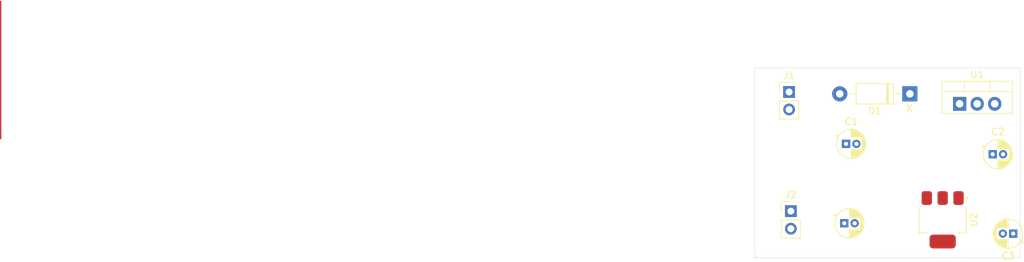
<source format=kicad_pcb>
(kicad_pcb (version 20241229) (generator "pcbnew") (generator_version "9.0")
  (layers (0 "F.Cu" signal) (2 "B.Cu" signal) (13 "F.Paste" user) (15 "B.Paste" user) (5 "F.SilkS" user "F.Silkscreen") (7 "B.SilkS" user "B.Silkscreen") (1 "F.Mask" user) (3 "B.Mask" user) (25 "Edge.Cuts" user))
  (net 0 "")
  (net 1 "D1")
  (net 2 "GND")
  (net 3 "+5V")
  (net 4 "3V3")
  (net 5 "VCC")
  (footprint "Capacitor_THT:CP_Radial_D4.0mm_P1.50mm" (layer "F.Cu") (at 130.75 60.75)
    (property "Reference" "C1" (at 0.75 -3.25 0) (layer "F.SilkS"))
    (property "Value" "10µF")
    (fp_line (start -1.519801 -1.195) (end -1.119801 -1.195) (stroke (width 0.12)) (layer "F.SilkS"))
    (fp_line (start -1.319801 -1.395) (end -1.319801 -0.995) (stroke (width 0.12)) (layer "F.SilkS"))
    (fp_line (start 0.75 -2.08) (end 0.75 -0.84) (stroke (width 0.12)) (layer "F.SilkS"))
    (fp_line (start 0.75 0.84) (end 0.75 2.08) (stroke (width 0.12)) (layer "F.SilkS"))
    (fp_line (start 0.79 -2.08) (end 0.79 -0.84) (stroke (width 0.12)) (layer "F.SilkS"))
    (fp_line (start 0.79 0.84) (end 0.79 2.08) (stroke (width 0.12)) (layer "F.SilkS"))
    (fp_line (start 0.83 -2.078) (end 0.83 -0.84) (stroke (width 0.12)) (layer "F.SilkS"))
    (fp_line (start 0.83 0.84) (end 0.83 2.078) (stroke (width 0.12)) (layer "F.SilkS"))
    (fp_line (start 0.87 -2.077) (end 0.87 -0.84) (stroke (width 0.12)) (layer "F.SilkS"))
    (fp_line (start 0.87 0.84) (end 0.87 2.077) (stroke (width 0.12)) (layer "F.SilkS"))
    (fp_line (start 0.91 -2.074) (end 0.91 -0.84) (stroke (width 0.12)) (layer "F.SilkS"))
    (fp_line (start 0.91 0.84) (end 0.91 2.074) (stroke (width 0.12)) (layer "F.SilkS"))
    (fp_line (start 0.95 -2.071) (end 0.95 -0.84) (stroke (width 0.12)) (layer "F.SilkS"))
    (fp_line (start 0.95 0.84) (end 0.95 2.071) (stroke (width 0.12)) (layer "F.SilkS"))
    (fp_line (start 0.99 -2.066) (end 0.99 -0.84) (stroke (width 0.12)) (layer "F.SilkS"))
    (fp_line (start 0.99 0.84) (end 0.99 2.066) (stroke (width 0.12)) (layer "F.SilkS"))
    (fp_line (start 1.03 -2.061) (end 1.03 -0.84) (stroke (width 0.12)) (layer "F.SilkS"))
    (fp_line (start 1.03 0.84) (end 1.03 2.061) (stroke (width 0.12)) (layer "F.SilkS"))
    (fp_line (start 1.07 -2.056) (end 1.07 -0.84) (stroke (width 0.12)) (layer "F.SilkS"))
    (fp_line (start 1.07 0.84) (end 1.07 2.056) (stroke (width 0.12)) (layer "F.SilkS"))
    (fp_line (start 1.11 -2.049) (end 1.11 -0.84) (stroke (width 0.12)) (layer "F.SilkS"))
    (fp_line (start 1.11 0.84) (end 1.11 2.049) (stroke (width 0.12)) (layer "F.SilkS"))
    (fp_line (start 1.15 -2.042) (end 1.15 -0.84) (stroke (width 0.12)) (layer "F.SilkS"))
    (fp_line (start 1.15 0.84) (end 1.15 2.042) (stroke (width 0.12)) (layer "F.SilkS"))
    (fp_line (start 1.19 -2.034) (end 1.19 -0.84) (stroke (width 0.12)) (layer "F.SilkS"))
    (fp_line (start 1.19 0.84) (end 1.19 2.034) (stroke (width 0.12)) (layer "F.SilkS"))
    (fp_line (start 1.23 -2.025) (end 1.23 -0.84) (stroke (width 0.12)) (layer "F.SilkS"))
    (fp_line (start 1.23 0.84) (end 1.23 2.025) (stroke (width 0.12)) (layer "F.SilkS"))
    (fp_line (start 1.27 -2.015) (end 1.27 -0.84) (stroke (width 0.12)) (layer "F.SilkS"))
    (fp_line (start 1.27 0.84) (end 1.27 2.015) (stroke (width 0.12)) (layer "F.SilkS"))
    (fp_line (start 1.31 -2.005) (end 1.31 -0.84) (stroke (width 0.12)) (layer "F.SilkS"))
    (fp_line (start 1.31 0.84) (end 1.31 2.005) (stroke (width 0.12)) (layer "F.SilkS"))
    (fp_line (start 1.35 -1.993) (end 1.35 -0.84) (stroke (width 0.12)) (layer "F.SilkS"))
    (fp_line (start 1.35 0.84) (end 1.35 1.993) (stroke (width 0.12)) (layer "F.SilkS"))
    (fp_line (start 1.39 -1.981) (end 1.39 -0.84) (stroke (width 0.12)) (layer "F.SilkS"))
    (fp_line (start 1.39 0.84) (end 1.39 1.981) (stroke (width 0.12)) (layer "F.SilkS"))
    (fp_line (start 1.43 -1.968) (end 1.43 -0.84) (stroke (width 0.12)) (layer "F.SilkS"))
    (fp_line (start 1.43 0.84) (end 1.43 1.968) (stroke (width 0.12)) (layer "F.SilkS"))
    (fp_line (start 1.47 -1.954) (end 1.47 -0.84) (stroke (width 0.12)) (layer "F.SilkS"))
    (fp_line (start 1.47 0.84) (end 1.47 1.954) (stroke (width 0.12)) (layer "F.SilkS"))
    (fp_line (start 1.51 -1.939) (end 1.51 -0.84) (stroke (width 0.12)) (layer "F.SilkS"))
    (fp_line (start 1.51 0.84) (end 1.51 1.939) (stroke (width 0.12)) (layer "F.SilkS"))
    (fp_line (start 1.55 -1.923) (end 1.55 -0.84) (stroke (width 0.12)) (layer "F.SilkS"))
    (fp_line (start 1.55 0.84) (end 1.55 1.923) (stroke (width 0.12)) (layer "F.SilkS"))
    (fp_line (start 1.59 -1.906) (end 1.59 -0.84) (stroke (width 0.12)) (layer "F.SilkS"))
    (fp_line (start 1.59 0.84) (end 1.59 1.906) (stroke (width 0.12)) (layer "F.SilkS"))
    (fp_line (start 1.63 -1.889) (end 1.63 -0.84) (stroke (width 0.12)) (layer "F.SilkS"))
    (fp_line (start 1.63 0.84) (end 1.63 1.889) (stroke (width 0.12)) (layer "F.SilkS"))
    (fp_line (start 1.67 -1.87) (end 1.67 -0.84) (stroke (width 0.12)) (layer "F.SilkS"))
    (fp_line (start 1.67 0.84) (end 1.67 1.87) (stroke (width 0.12)) (layer "F.SilkS"))
    (fp_line (start 1.71 -1.85) (end 1.71 -0.84) (stroke (width 0.12)) (layer "F.SilkS"))
    (fp_line (start 1.71 0.84) (end 1.71 1.85) (stroke (width 0.12)) (layer "F.SilkS"))
    (fp_line (start 1.75 -1.829) (end 1.75 -0.84) (stroke (width 0.12)) (layer "F.SilkS"))
    (fp_line (start 1.75 0.84) (end 1.75 1.829) (stroke (width 0.12)) (layer "F.SilkS"))
    (fp_line (start 1.79 -1.807) (end 1.79 -0.84) (stroke (width 0.12)) (layer "F.SilkS"))
    (fp_line (start 1.79 0.84) (end 1.79 1.807) (stroke (width 0.12)) (layer "F.SilkS"))
    (fp_line (start 1.83 -1.784) (end 1.83 -0.84) (stroke (width 0.12)) (layer "F.SilkS"))
    (fp_line (start 1.83 0.84) (end 1.83 1.784) (stroke (width 0.12)) (layer "F.SilkS"))
    (fp_line (start 1.87 -1.76) (end 1.87 -0.84) (stroke (width 0.12)) (layer "F.SilkS"))
    (fp_line (start 1.87 0.84) (end 1.87 1.76) (stroke (width 0.12)) (layer "F.SilkS"))
    (fp_line (start 1.91 -1.734) (end 1.91 -0.84) (stroke (width 0.12)) (layer "F.SilkS"))
    (fp_line (start 1.91 0.84) (end 1.91 1.734) (stroke (width 0.12)) (layer "F.SilkS"))
    (fp_line (start 1.95 -1.708) (end 1.95 -0.84) (stroke (width 0.12)) (layer "F.SilkS"))
    (fp_line (start 1.95 0.84) (end 1.95 1.708) (stroke (width 0.12)) (layer "F.SilkS"))
    (fp_line (start 1.99 -1.68) (end 1.99 -0.84) (stroke (width 0.12)) (layer "F.SilkS"))
    (fp_line (start 1.99 0.84) (end 1.99 1.68) (stroke (width 0.12)) (layer "F.SilkS"))
    (fp_line (start 2.03 -1.65) (end 2.03 -0.84) (stroke (width 0.12)) (layer "F.SilkS"))
    (fp_line (start 2.03 0.84) (end 2.03 1.65) (stroke (width 0.12)) (layer "F.SilkS"))
    (fp_line (start 2.07 -1.619) (end 2.07 -0.84) (stroke (width 0.12)) (layer "F.SilkS"))
    (fp_line (start 2.07 0.84) (end 2.07 1.619) (stroke (width 0.12)) (layer "F.SilkS"))
    (fp_line (start 2.11 -1.586) (end 2.11 -0.84) (stroke (width 0.12)) (layer "F.SilkS"))
    (fp_line (start 2.11 0.84) (end 2.11 1.586) (stroke (width 0.12)) (layer "F.SilkS"))
    (fp_line (start 2.15 -1.552) (end 2.15 -0.84) (stroke (width 0.12)) (layer "F.SilkS"))
    (fp_line (start 2.15 0.84) (end 2.15 1.552) (stroke (width 0.12)) (layer "F.SilkS"))
    (fp_line (start 2.19 -1.516) (end 2.19 -0.84) (stroke (width 0.12)) (layer "F.SilkS"))
    (fp_line (start 2.19 0.84) (end 2.19 1.516) (stroke (width 0.12)) (layer "F.SilkS"))
    (fp_line (start 2.23 -1.478) (end 2.23 -0.84) (stroke (width 0.12)) (layer "F.SilkS"))
    (fp_line (start 2.23 0.84) (end 2.23 1.478) (stroke (width 0.12)) (layer "F.SilkS"))
    (fp_line (start 2.27 -1.438) (end 2.27 -0.84) (stroke (width 0.12)) (layer "F.SilkS"))
    (fp_line (start 2.27 0.84) (end 2.27 1.438) (stroke (width 0.12)) (layer "F.SilkS"))
    (fp_line (start 2.31 -1.396) (end 2.31 -0.84) (stroke (width 0.12)) (layer "F.SilkS"))
    (fp_line (start 2.31 0.84) (end 2.31 1.396) (stroke (width 0.12)) (layer "F.SilkS"))
    (fp_line (start 2.35 -1.351) (end 2.35 1.351) (stroke (width 0.12)) (layer "F.SilkS"))
    (fp_line (start 2.39 -1.303) (end 2.39 1.303) (stroke (width 0.12)) (layer "F.SilkS"))
    (fp_line (start 2.43 -1.253) (end 2.43 1.253) (stroke (width 0.12)) (layer "F.SilkS"))
    (fp_line (start 2.47 -1.199) (end 2.47 1.199) (stroke (width 0.12)) (layer "F.SilkS"))
    (fp_line (start 2.51 -1.142) (end 2.51 1.142) (stroke (width 0.12)) (layer "F.SilkS"))
    (fp_line (start 2.55 -1.08) (end 2.55 1.08) (stroke (width 0.12)) (layer "F.SilkS"))
    (fp_line (start 2.59 -1.013) (end 2.59 1.013) (stroke (width 0.12)) (layer "F.SilkS"))
    (fp_line (start 2.63 -0.94) (end 2.63 0.94) (stroke (width 0.12)) (layer "F.SilkS"))
    (fp_line (start 2.67 -0.859) (end 2.67 0.859) (stroke (width 0.12)) (layer "F.SilkS"))
    (fp_line (start 2.71 -0.768) (end 2.71 0.768) (stroke (width 0.12)) (layer "F.SilkS"))
    (fp_line (start 2.75 -0.663) (end 2.75 0.663) (stroke (width 0.12)) (layer "F.SilkS"))
    (fp_line (start 2.79 -0.537) (end 2.79 0.537) (stroke (width 0.12)) (layer "F.SilkS"))
    (fp_line (start 2.83 -0.37) (end 2.83 0.37) (stroke (width 0.12)) (layer "F.SilkS"))
    (fp_circle (center 0.75 0) (end 2.87 0) (stroke (width 0.12)) (fill no) (layer "F.SilkS"))
    (pad "1" thru_hole rect (at 0 0) (size 1.2 1.2) (drill 0.6) (layers "*.Cu" "*.Mask") (net 1 "D1"))
    (pad "2" thru_hole circle (at 1.5 0) (size 1.2 1.2) (drill 0.6) (layers "*.Cu" "*.Mask") (net 2 "GND"))
  )
  (footprint "Connector_PinHeader_2.54mm:PinHeader_1x02_P2.54mm_Vertical" (layer "F.Cu") (at 122.75 70.5)
    (property "Reference" "J2" (at 0 -2.38 0) (layer "F.SilkS"))
    (property "Value" "Conn_01x02")
    (fp_line (start -1.38 -1.38) (end 0 -1.38) (stroke (width 0.12)) (layer "F.SilkS"))
    (fp_line (start -1.38 0) (end -1.38 -1.38) (stroke (width 0.12)) (layer "F.SilkS"))
    (fp_line (start -1.38 1.27) (end -1.38 3.92) (stroke (width 0.12)) (layer "F.SilkS"))
    (fp_line (start -1.38 1.27) (end 1.38 1.27) (stroke (width 0.12)) (layer "F.SilkS"))
    (fp_line (start -1.38 3.92) (end 1.38 3.92) (stroke (width 0.12)) (layer "F.SilkS"))
    (fp_line (start 1.38 1.27) (end 1.38 3.92) (stroke (width 0.12)) (layer "F.SilkS"))
    (pad "1" thru_hole rect (at 0 0) (size 1.7 1.7) (drill 1) (layers "*.Cu" "*.Mask") (net 3 "+5V"))
    (pad "2" thru_hole circle (at 0 2.54) (size 1.7 1.7) (drill 1) (layers "*.Cu" "*.Mask") (net 4 "3V3"))
  )
  (footprint "Diode_THT:D_DO-41_SOD81_P10.16mm_Horizontal" (layer "F.Cu") (at 140 53.5 180)
    (property "Reference" "D1" (at 5.08 -2.47 0) (layer "F.SilkS"))
    (property "Value" "1N4007")
    (fp_line (start 8.82 0) (end 7.8 0) (stroke (width 0.12)) (layer "F.SilkS"))
    (fp_line (start 7.8 1.47) (end 7.8 -1.47) (stroke (width 0.12)) (layer "F.SilkS"))
    (fp_line (start 7.8 -1.47) (end 2.36 -1.47) (stroke (width 0.12)) (layer "F.SilkS"))
    (fp_line (start 3.38 -1.47) (end 3.38 1.47) (stroke (width 0.12)) (layer "F.SilkS"))
    (fp_line (start 3.26 -1.47) (end 3.26 1.47) (stroke (width 0.12)) (layer "F.SilkS"))
    (fp_line (start 3.14 -1.47) (end 3.14 1.47) (stroke (width 0.12)) (layer "F.SilkS"))
    (fp_line (start 2.36 1.47) (end 7.8 1.47) (stroke (width 0.12)) (layer "F.SilkS"))
    (fp_line (start 2.36 -1.47) (end 2.36 1.47) (stroke (width 0.12)) (layer "F.SilkS"))
    (fp_line (start 1.34 0) (end 2.36 0) (stroke (width 0.12)) (layer "F.SilkS"))
    (fp_text user "K" (at 0 -2.1 0) (layer "F.SilkS"))
    (pad "1" thru_hole rect (at 0 0 180) (size 2.2 2.2) (drill 1.1) (layers "*.Cu" "*.Mask") (net 1 "D1"))
    (pad "2" thru_hole oval (at 10.16 0 180) (size 2.2 2.2) (drill 1.1) (layers "*.Cu" "*.Mask") (net 5 "VCC"))
  )
  (footprint "Capacitor_THT:CP_Radial_D4.0mm_P1.50mm" (layer "F.Cu") (at 152 62.25)
    (property "Reference" "C2" (at 0.75 -3.25 0) (layer "F.SilkS"))
    (property "Value" "10µF")
    (fp_line (start -1.519801 -1.195) (end -1.119801 -1.195) (stroke (width 0.12)) (layer "F.SilkS"))
    (fp_line (start -1.319801 -1.395) (end -1.319801 -0.995) (stroke (width 0.12)) (layer "F.SilkS"))
    (fp_line (start 0.75 -2.08) (end 0.75 -0.84) (stroke (width 0.12)) (layer "F.SilkS"))
    (fp_line (start 0.75 0.84) (end 0.75 2.08) (stroke (width 0.12)) (layer "F.SilkS"))
    (fp_line (start 0.79 -2.08) (end 0.79 -0.84) (stroke (width 0.12)) (layer "F.SilkS"))
    (fp_line (start 0.79 0.84) (end 0.79 2.08) (stroke (width 0.12)) (layer "F.SilkS"))
    (fp_line (start 0.83 -2.078) (end 0.83 -0.84) (stroke (width 0.12)) (layer "F.SilkS"))
    (fp_line (start 0.83 0.84) (end 0.83 2.078) (stroke (width 0.12)) (layer "F.SilkS"))
    (fp_line (start 0.87 -2.077) (end 0.87 -0.84) (stroke (width 0.12)) (layer "F.SilkS"))
    (fp_line (start 0.87 0.84) (end 0.87 2.077) (stroke (width 0.12)) (layer "F.SilkS"))
    (fp_line (start 0.91 -2.074) (end 0.91 -0.84) (stroke (width 0.12)) (layer "F.SilkS"))
    (fp_line (start 0.91 0.84) (end 0.91 2.074) (stroke (width 0.12)) (layer "F.SilkS"))
    (fp_line (start 0.95 -2.071) (end 0.95 -0.84) (stroke (width 0.12)) (layer "F.SilkS"))
    (fp_line (start 0.95 0.84) (end 0.95 2.071) (stroke (width 0.12)) (layer "F.SilkS"))
    (fp_line (start 0.99 -2.066) (end 0.99 -0.84) (stroke (width 0.12)) (layer "F.SilkS"))
    (fp_line (start 0.99 0.84) (end 0.99 2.066) (stroke (width 0.12)) (layer "F.SilkS"))
    (fp_line (start 1.03 -2.061) (end 1.03 -0.84) (stroke (width 0.12)) (layer "F.SilkS"))
    (fp_line (start 1.03 0.84) (end 1.03 2.061) (stroke (width 0.12)) (layer "F.SilkS"))
    (fp_line (start 1.07 -2.056) (end 1.07 -0.84) (stroke (width 0.12)) (layer "F.SilkS"))
    (fp_line (start 1.07 0.84) (end 1.07 2.056) (stroke (width 0.12)) (layer "F.SilkS"))
    (fp_line (start 1.11 -2.049) (end 1.11 -0.84) (stroke (width 0.12)) (layer "F.SilkS"))
    (fp_line (start 1.11 0.84) (end 1.11 2.049) (stroke (width 0.12)) (layer "F.SilkS"))
    (fp_line (start 1.15 -2.042) (end 1.15 -0.84) (stroke (width 0.12)) (layer "F.SilkS"))
    (fp_line (start 1.15 0.84) (end 1.15 2.042) (stroke (width 0.12)) (layer "F.SilkS"))
    (fp_line (start 1.19 -2.034) (end 1.19 -0.84) (stroke (width 0.12)) (layer "F.SilkS"))
    (fp_line (start 1.19 0.84) (end 1.19 2.034) (stroke (width 0.12)) (layer "F.SilkS"))
    (fp_line (start 1.23 -2.025) (end 1.23 -0.84) (stroke (width 0.12)) (layer "F.SilkS"))
    (fp_line (start 1.23 0.84) (end 1.23 2.025) (stroke (width 0.12)) (layer "F.SilkS"))
    (fp_line (start 1.27 -2.015) (end 1.27 -0.84) (stroke (width 0.12)) (layer "F.SilkS"))
    (fp_line (start 1.27 0.84) (end 1.27 2.015) (stroke (width 0.12)) (layer "F.SilkS"))
    (fp_line (start 1.31 -2.005) (end 1.31 -0.84) (stroke (width 0.12)) (layer "F.SilkS"))
    (fp_line (start 1.31 0.84) (end 1.31 2.005) (stroke (width 0.12)) (layer "F.SilkS"))
    (fp_line (start 1.35 -1.993) (end 1.35 -0.84) (stroke (width 0.12)) (layer "F.SilkS"))
    (fp_line (start 1.35 0.84) (end 1.35 1.993) (stroke (width 0.12)) (layer "F.SilkS"))
    (fp_line (start 1.39 -1.981) (end 1.39 -0.84) (stroke (width 0.12)) (layer "F.SilkS"))
    (fp_line (start 1.39 0.84) (end 1.39 1.981) (stroke (width 0.12)) (layer "F.SilkS"))
    (fp_line (start 1.43 -1.968) (end 1.43 -0.84) (stroke (width 0.12)) (layer "F.SilkS"))
    (fp_line (start 1.43 0.84) (end 1.43 1.968) (stroke (width 0.12)) (layer "F.SilkS"))
    (fp_line (start 1.47 -1.954) (end 1.47 -0.84) (stroke (width 0.12)) (layer "F.SilkS"))
    (fp_line (start 1.47 0.84) (end 1.47 1.954) (stroke (width 0.12)) (layer "F.SilkS"))
    (fp_line (start 1.51 -1.939) (end 1.51 -0.84) (stroke (width 0.12)) (layer "F.SilkS"))
    (fp_line (start 1.51 0.84) (end 1.51 1.939) (stroke (width 0.12)) (layer "F.SilkS"))
    (fp_line (start 1.55 -1.923) (end 1.55 -0.84) (stroke (width 0.12)) (layer "F.SilkS"))
    (fp_line (start 1.55 0.84) (end 1.55 1.923) (stroke (width 0.12)) (layer "F.SilkS"))
    (fp_line (start 1.59 -1.906) (end 1.59 -0.84) (stroke (width 0.12)) (layer "F.SilkS"))
    (fp_line (start 1.59 0.84) (end 1.59 1.906) (stroke (width 0.12)) (layer "F.SilkS"))
    (fp_line (start 1.63 -1.889) (end 1.63 -0.84) (stroke (width 0.12)) (layer "F.SilkS"))
    (fp_line (start 1.63 0.84) (end 1.63 1.889) (stroke (width 0.12)) (layer "F.SilkS"))
    (fp_line (start 1.67 -1.87) (end 1.67 -0.84) (stroke (width 0.12)) (layer "F.SilkS"))
    (fp_line (start 1.67 0.84) (end 1.67 1.87) (stroke (width 0.12)) (layer "F.SilkS"))
    (fp_line (start 1.71 -1.85) (end 1.71 -0.84) (stroke (width 0.12)) (layer "F.SilkS"))
    (fp_line (start 1.71 0.84) (end 1.71 1.85) (stroke (width 0.12)) (layer "F.SilkS"))
    (fp_line (start 1.75 -1.829) (end 1.75 -0.84) (stroke (width 0.12)) (layer "F.SilkS"))
    (fp_line (start 1.75 0.84) (end 1.75 1.829) (stroke (width 0.12)) (layer "F.SilkS"))
    (fp_line (start 1.79 -1.807) (end 1.79 -0.84) (stroke (width 0.12)) (layer "F.SilkS"))
    (fp_line (start 1.79 0.84) (end 1.79 1.807) (stroke (width 0.12)) (layer "F.SilkS"))
    (fp_line (start 1.83 -1.784) (end 1.83 -0.84) (stroke (width 0.12)) (layer "F.SilkS"))
    (fp_line (start 1.83 0.84) (end 1.83 1.784) (stroke (width 0.12)) (layer "F.SilkS"))
    (fp_line (start 1.87 -1.76) (end 1.87 -0.84) (stroke (width 0.12)) (layer "F.SilkS"))
    (fp_line (start 1.87 0.84) (end 1.87 1.76) (stroke (width 0.12)) (layer "F.SilkS"))
    (fp_line (start 1.91 -1.734) (end 1.91 -0.84) (stroke (width 0.12)) (layer "F.SilkS"))
    (fp_line (start 1.91 0.84) (end 1.91 1.734) (stroke (width 0.12)) (layer "F.SilkS"))
    (fp_line (start 1.95 -1.708) (end 1.95 -0.84) (stroke (width 0.12)) (layer "F.SilkS"))
    (fp_line (start 1.95 0.84) (end 1.95 1.708) (stroke (width 0.12)) (layer "F.SilkS"))
    (fp_line (start 1.99 -1.68) (end 1.99 -0.84) (stroke (width 0.12)) (layer "F.SilkS"))
    (fp_line (start 1.99 0.84) (end 1.99 1.68) (stroke (width 0.12)) (layer "F.SilkS"))
    (fp_line (start 2.03 -1.65) (end 2.03 -0.84) (stroke (width 0.12)) (layer "F.SilkS"))
    (fp_line (start 2.03 0.84) (end 2.03 1.65) (stroke (width 0.12)) (layer "F.SilkS"))
    (fp_line (start 2.07 -1.619) (end 2.07 -0.84) (stroke (width 0.12)) (layer "F.SilkS"))
    (fp_line (start 2.07 0.84) (end 2.07 1.619) (stroke (width 0.12)) (layer "F.SilkS"))
    (fp_line (start 2.11 -1.586) (end 2.11 -0.84) (stroke (width 0.12)) (layer "F.SilkS"))
    (fp_line (start 2.11 0.84) (end 2.11 1.586) (stroke (width 0.12)) (layer "F.SilkS"))
    (fp_line (start 2.15 -1.552) (end 2.15 -0.84) (stroke (width 0.12)) (layer "F.SilkS"))
    (fp_line (start 2.15 0.84) (end 2.15 1.552) (stroke (width 0.12)) (layer "F.SilkS"))
    (fp_line (start 2.19 -1.516) (end 2.19 -0.84) (stroke (width 0.12)) (layer "F.SilkS"))
    (fp_line (start 2.19 0.84) (end 2.19 1.516) (stroke (width 0.12)) (layer "F.SilkS"))
    (fp_line (start 2.23 -1.478) (end 2.23 -0.84) (stroke (width 0.12)) (layer "F.SilkS"))
    (fp_line (start 2.23 0.84) (end 2.23 1.478) (stroke (width 0.12)) (layer "F.SilkS"))
    (fp_line (start 2.27 -1.438) (end 2.27 -0.84) (stroke (width 0.12)) (layer "F.SilkS"))
    (fp_line (start 2.27 0.84) (end 2.27 1.438) (stroke (width 0.12)) (layer "F.SilkS"))
    (fp_line (start 2.31 -1.396) (end 2.31 -0.84) (stroke (width 0.12)) (layer "F.SilkS"))
    (fp_line (start 2.31 0.84) (end 2.31 1.396) (stroke (width 0.12)) (layer "F.SilkS"))
    (fp_line (start 2.35 -1.351) (end 2.35 1.351) (stroke (width 0.12)) (layer "F.SilkS"))
    (fp_line (start 2.39 -1.303) (end 2.39 1.303) (stroke (width 0.12)) (layer "F.SilkS"))
    (fp_line (start 2.43 -1.253) (end 2.43 1.253) (stroke (width 0.12)) (layer "F.SilkS"))
    (fp_line (start 2.47 -1.199) (end 2.47 1.199) (stroke (width 0.12)) (layer "F.SilkS"))
    (fp_line (start 2.51 -1.142) (end 2.51 1.142) (stroke (width 0.12)) (layer "F.SilkS"))
    (fp_line (start 2.55 -1.08) (end 2.55 1.08) (stroke (width 0.12)) (layer "F.SilkS"))
    (fp_line (start 2.59 -1.013) (end 2.59 1.013) (stroke (width 0.12)) (layer "F.SilkS"))
    (fp_line (start 2.63 -0.94) (end 2.63 0.94) (stroke (width 0.12)) (layer "F.SilkS"))
    (fp_line (start 2.67 -0.859) (end 2.67 0.859) (stroke (width 0.12)) (layer "F.SilkS"))
    (fp_line (start 2.71 -0.768) (end 2.71 0.768) (stroke (width 0.12)) (layer "F.SilkS"))
    (fp_line (start 2.75 -0.663) (end 2.75 0.663) (stroke (width 0.12)) (layer "F.SilkS"))
    (fp_line (start 2.79 -0.537) (end 2.79 0.537) (stroke (width 0.12)) (layer "F.SilkS"))
    (fp_line (start 2.83 -0.37) (end 2.83 0.37) (stroke (width 0.12)) (layer "F.SilkS"))
    (fp_circle (center 0.75 0) (end 2.87 0) (stroke (width 0.12)) (fill no) (layer "F.SilkS"))
    (pad "1" thru_hole rect (at 0 0) (size 1.2 1.2) (drill 0.6) (layers "*.Cu" "*.Mask") (net 3 "+5V"))
    (pad "2" thru_hole circle (at 1.5 0) (size 1.2 1.2) (drill 0.6) (layers "*.Cu" "*.Mask") (net 2 "GND"))
  )
  (footprint "Connector_PinHeader_2.54mm:PinHeader_1x02_P2.54mm_Vertical" (layer "F.Cu") (at 122.5 53.225)
    (property "Reference" "J1" (at 0 -2.38 0) (layer "F.SilkS"))
    (property "Value" "Conn_01x02")
    (fp_line (start -1.38 -1.38) (end 0 -1.38) (stroke (width 0.12)) (layer "F.SilkS"))
    (fp_line (start -1.38 0) (end -1.38 -1.38) (stroke (width 0.12)) (layer "F.SilkS"))
    (fp_line (start -1.38 1.27) (end -1.38 3.92) (stroke (width 0.12)) (layer "F.SilkS"))
    (fp_line (start -1.38 1.27) (end 1.38 1.27) (stroke (width 0.12)) (layer "F.SilkS"))
    (fp_line (start -1.38 3.92) (end 1.38 3.92) (stroke (width 0.12)) (layer "F.SilkS"))
    (fp_line (start 1.38 1.27) (end 1.38 3.92) (stroke (width 0.12)) (layer "F.SilkS"))
    (pad "1" thru_hole rect (at 0 0) (size 1.7 1.7) (drill 1) (layers "*.Cu" "*.Mask") (net 5 "VCC"))
    (pad "2" thru_hole circle (at 0 2.54) (size 1.7 1.7) (drill 1) (layers "*.Cu" "*.Mask") (net 2 "GND"))
  )
  (footprint "Package_TO_SOT_SMD:SOT-223-3_TabPin2" (layer "F.Cu") (at 144.75 71.75 -90)
    (property "Reference" "U2" (at 0 -4.5 90) (layer "F.SilkS"))
    (property "Value" "AMS1117-3.3")
    (fp_line (start -1.85 3.41) (end 1.91 3.41) (stroke (width 0.12)) (layer "F.SilkS"))
    (fp_line (start 1.91 3.41) (end 1.91 2.15) (stroke (width 0.12)) (layer "F.SilkS"))
    (fp_line (start -1.85 -3.41) (end 1.91 -3.41) (stroke (width 0.12)) (layer "F.SilkS"))
    (fp_line (start 1.91 -3.41) (end 1.91 -2.15) (stroke (width 0.12)) (layer "F.SilkS"))
    (fp_poly (pts (xy -3.13 -3.31) (xy -3.37 -3.64) (xy -2.89 -3.64) (xy -3.13 -3.31)) (stroke (width 0.12)) (fill yes) (layer "F.SilkS"))
    (pad "1" smd roundrect (at -3.15 -2.3 270) (size 2 1.5) (layers "F.Cu" "F.Mask" "F.Paste") (net 2 "GND"))
    (pad "2" smd roundrect (at -3.15 0 270) (size 2 1.5) (layers "F.Cu" "F.Mask" "F.Paste") (net 4 "3V3"))
    (pad "2" smd roundrect (at 3.15 0 270) (size 2 3.8) (layers "F.Cu" "F.Mask" "F.Paste") (net 4 "3V3"))
    (pad "3" smd roundrect (at -3.15 2.3 270) (size 2 1.5) (layers "F.Cu" "F.Mask" "F.Paste") (net 3 "+5V"))
  )
  (footprint "Capacitor_THT:CP_Radial_D4.0mm_P1.50mm" (layer "F.Cu") (at 130.5 72.25)
    (property "Reference" "C4" (hide yes))
    (property "Value" "10µF")
    (fp_line (start -1.519801 -1.195) (end -1.119801 -1.195) (stroke (width 0.12)) (layer "F.SilkS"))
    (fp_line (start -1.319801 -1.395) (end -1.319801 -0.995) (stroke (width 0.12)) (layer "F.SilkS"))
    (fp_line (start 0.75 -2.08) (end 0.75 -0.84) (stroke (width 0.12)) (layer "F.SilkS"))
    (fp_line (start 0.75 0.84) (end 0.75 2.08) (stroke (width 0.12)) (layer "F.SilkS"))
    (fp_line (start 0.79 -2.08) (end 0.79 -0.84) (stroke (width 0.12)) (layer "F.SilkS"))
    (fp_line (start 0.79 0.84) (end 0.79 2.08) (stroke (width 0.12)) (layer "F.SilkS"))
    (fp_line (start 0.83 -2.078) (end 0.83 -0.84) (stroke (width 0.12)) (layer "F.SilkS"))
    (fp_line (start 0.83 0.84) (end 0.83 2.078) (stroke (width 0.12)) (layer "F.SilkS"))
    (fp_line (start 0.87 -2.077) (end 0.87 -0.84) (stroke (width 0.12)) (layer "F.SilkS"))
    (fp_line (start 0.87 0.84) (end 0.87 2.077) (stroke (width 0.12)) (layer "F.SilkS"))
    (fp_line (start 0.91 -2.074) (end 0.91 -0.84) (stroke (width 0.12)) (layer "F.SilkS"))
    (fp_line (start 0.91 0.84) (end 0.91 2.074) (stroke (width 0.12)) (layer "F.SilkS"))
    (fp_line (start 0.95 -2.071) (end 0.95 -0.84) (stroke (width 0.12)) (layer "F.SilkS"))
    (fp_line (start 0.95 0.84) (end 0.95 2.071) (stroke (width 0.12)) (layer "F.SilkS"))
    (fp_line (start 0.99 -2.066) (end 0.99 -0.84) (stroke (width 0.12)) (layer "F.SilkS"))
    (fp_line (start 0.99 0.84) (end 0.99 2.066) (stroke (width 0.12)) (layer "F.SilkS"))
    (fp_line (start 1.03 -2.061) (end 1.03 -0.84) (stroke (width 0.12)) (layer "F.SilkS"))
    (fp_line (start 1.03 0.84) (end 1.03 2.061) (stroke (width 0.12)) (layer "F.SilkS"))
    (fp_line (start 1.07 -2.056) (end 1.07 -0.84) (stroke (width 0.12)) (layer "F.SilkS"))
    (fp_line (start 1.07 0.84) (end 1.07 2.056) (stroke (width 0.12)) (layer "F.SilkS"))
    (fp_line (start 1.11 -2.049) (end 1.11 -0.84) (stroke (width 0.12)) (layer "F.SilkS"))
    (fp_line (start 1.11 0.84) (end 1.11 2.049) (stroke (width 0.12)) (layer "F.SilkS"))
    (fp_line (start 1.15 -2.042) (end 1.15 -0.84) (stroke (width 0.12)) (layer "F.SilkS"))
    (fp_line (start 1.15 0.84) (end 1.15 2.042) (stroke (width 0.12)) (layer "F.SilkS"))
    (fp_line (start 1.19 -2.034) (end 1.19 -0.84) (stroke (width 0.12)) (layer "F.SilkS"))
    (fp_line (start 1.19 0.84) (end 1.19 2.034) (stroke (width 0.12)) (layer "F.SilkS"))
    (fp_line (start 1.23 -2.025) (end 1.23 -0.84) (stroke (width 0.12)) (layer "F.SilkS"))
    (fp_line (start 1.23 0.84) (end 1.23 2.025) (stroke (width 0.12)) (layer "F.SilkS"))
    (fp_line (start 1.27 -2.015) (end 1.27 -0.84) (stroke (width 0.12)) (layer "F.SilkS"))
    (fp_line (start 1.27 0.84) (end 1.27 2.015) (stroke (width 0.12)) (layer "F.SilkS"))
    (fp_line (start 1.31 -2.005) (end 1.31 -0.84) (stroke (width 0.12)) (layer "F.SilkS"))
    (fp_line (start 1.31 0.84) (end 1.31 2.005) (stroke (width 0.12)) (layer "F.SilkS"))
    (fp_line (start 1.35 -1.993) (end 1.35 -0.84) (stroke (width 0.12)) (layer "F.SilkS"))
    (fp_line (start 1.35 0.84) (end 1.35 1.993) (stroke (width 0.12)) (layer "F.SilkS"))
    (fp_line (start 1.39 -1.981) (end 1.39 -0.84) (stroke (width 0.12)) (layer "F.SilkS"))
    (fp_line (start 1.39 0.84) (end 1.39 1.981) (stroke (width 0.12)) (layer "F.SilkS"))
    (fp_line (start 1.43 -1.968) (end 1.43 -0.84) (stroke (width 0.12)) (layer "F.SilkS"))
    (fp_line (start 1.43 0.84) (end 1.43 1.968) (stroke (width 0.12)) (layer "F.SilkS"))
    (fp_line (start 1.47 -1.954) (end 1.47 -0.84) (stroke (width 0.12)) (layer "F.SilkS"))
    (fp_line (start 1.47 0.84) (end 1.47 1.954) (stroke (width 0.12)) (layer "F.SilkS"))
    (fp_line (start 1.51 -1.939) (end 1.51 -0.84) (stroke (width 0.12)) (layer "F.SilkS"))
    (fp_line (start 1.51 0.84) (end 1.51 1.939) (stroke (width 0.12)) (layer "F.SilkS"))
    (fp_line (start 1.55 -1.923) (end 1.55 -0.84) (stroke (width 0.12)) (layer "F.SilkS"))
    (fp_line (start 1.55 0.84) (end 1.55 1.923) (stroke (width 0.12)) (layer "F.SilkS"))
    (fp_line (start 1.59 -1.906) (end 1.59 -0.84) (stroke (width 0.12)) (layer "F.SilkS"))
    (fp_line (start 1.59 0.84) (end 1.59 1.906) (stroke (width 0.12)) (layer "F.SilkS"))
    (fp_line (start 1.63 -1.889) (end 1.63 -0.84) (stroke (width 0.12)) (layer "F.SilkS"))
    (fp_line (start 1.63 0.84) (end 1.63 1.889) (stroke (width 0.12)) (layer "F.SilkS"))
    (fp_line (start 1.67 -1.87) (end 1.67 -0.84) (stroke (width 0.12)) (layer "F.SilkS"))
    (fp_line (start 1.67 0.84) (end 1.67 1.87) (stroke (width 0.12)) (layer "F.SilkS"))
    (fp_line (start 1.71 -1.85) (end 1.71 -0.84) (stroke (width 0.12)) (layer "F.SilkS"))
    (fp_line (start 1.71 0.84) (end 1.71 1.85) (stroke (width 0.12)) (layer "F.SilkS"))
    (fp_line (start 1.75 -1.829) (end 1.75 -0.84) (stroke (width 0.12)) (layer "F.SilkS"))
    (fp_line (start 1.75 0.84) (end 1.75 1.829) (stroke (width 0.12)) (layer "F.SilkS"))
    (fp_line (start 1.79 -1.807) (end 1.79 -0.84) (stroke (width 0.12)) (layer "F.SilkS"))
    (fp_line (start 1.79 0.84) (end 1.79 1.807) (stroke (width 0.12)) (layer "F.SilkS"))
    (fp_line (start 1.83 -1.784) (end 1.83 -0.84) (stroke (width 0.12)) (layer "F.SilkS"))
    (fp_line (start 1.83 0.84) (end 1.83 1.784) (stroke (width 0.12)) (layer "F.SilkS"))
    (fp_line (start 1.87 -1.76) (end 1.87 -0.84) (stroke (width 0.12)) (layer "F.SilkS"))
    (fp_line (start 1.87 0.84) (end 1.87 1.76) (stroke (width 0.12)) (layer "F.SilkS"))
    (fp_line (start 1.91 -1.734) (end 1.91 -0.84) (stroke (width 0.12)) (layer "F.SilkS"))
    (fp_line (start 1.91 0.84) (end 1.91 1.734) (stroke (width 0.12)) (layer "F.SilkS"))
    (fp_line (start 1.95 -1.708) (end 1.95 -0.84) (stroke (width 0.12)) (layer "F.SilkS"))
    (fp_line (start 1.95 0.84) (end 1.95 1.708) (stroke (width 0.12)) (layer "F.SilkS"))
    (fp_line (start 1.99 -1.68) (end 1.99 -0.84) (stroke (width 0.12)) (layer "F.SilkS"))
    (fp_line (start 1.99 0.84) (end 1.99 1.68) (stroke (width 0.12)) (layer "F.SilkS"))
    (fp_line (start 2.03 -1.65) (end 2.03 -0.84) (stroke (width 0.12)) (layer "F.SilkS"))
    (fp_line (start 2.03 0.84) (end 2.03 1.65) (stroke (width 0.12)) (layer "F.SilkS"))
    (fp_line (start 2.07 -1.619) (end 2.07 -0.84) (stroke (width 0.12)) (layer "F.SilkS"))
    (fp_line (start 2.07 0.84) (end 2.07 1.619) (stroke (width 0.12)) (layer "F.SilkS"))
    (fp_line (start 2.11 -1.586) (end 2.11 -0.84) (stroke (width 0.12)) (layer "F.SilkS"))
    (fp_line (start 2.11 0.84) (end 2.11 1.586) (stroke (width 0.12)) (layer "F.SilkS"))
    (fp_line (start 2.15 -1.552) (end 2.15 -0.84) (stroke (width 0.12)) (layer "F.SilkS"))
    (fp_line (start 2.15 0.84) (end 2.15 1.552) (stroke (width 0.12)) (layer "F.SilkS"))
    (fp_line (start 2.19 -1.516) (end 2.19 -0.84) (stroke (width 0.12)) (layer "F.SilkS"))
    (fp_line (start 2.19 0.84) (end 2.19 1.516) (stroke (width 0.12)) (layer "F.SilkS"))
    (fp_line (start 2.23 -1.478) (end 2.23 -0.84) (stroke (width 0.12)) (layer "F.SilkS"))
    (fp_line (start 2.23 0.84) (end 2.23 1.478) (stroke (width 0.12)) (layer "F.SilkS"))
    (fp_line (start 2.27 -1.438) (end 2.27 -0.84) (stroke (width 0.12)) (layer "F.SilkS"))
    (fp_line (start 2.27 0.84) (end 2.27 1.438) (stroke (width 0.12)) (layer "F.SilkS"))
    (fp_line (start 2.31 -1.396) (end 2.31 -0.84) (stroke (width 0.12)) (layer "F.SilkS"))
    (fp_line (start 2.31 0.84) (end 2.31 1.396) (stroke (width 0.12)) (layer "F.SilkS"))
    (fp_line (start 2.35 -1.351) (end 2.35 1.351) (stroke (width 0.12)) (layer "F.SilkS"))
    (fp_line (start 2.39 -1.303) (end 2.39 1.303) (stroke (width 0.12)) (layer "F.SilkS"))
    (fp_line (start 2.43 -1.253) (end 2.43 1.253) (stroke (width 0.12)) (layer "F.SilkS"))
    (fp_line (start 2.47 -1.199) (end 2.47 1.199) (stroke (width 0.12)) (layer "F.SilkS"))
    (fp_line (start 2.51 -1.142) (end 2.51 1.142) (stroke (width 0.12)) (layer "F.SilkS"))
    (fp_line (start 2.55 -1.08) (end 2.55 1.08) (stroke (width 0.12)) (layer "F.SilkS"))
    (fp_line (start 2.59 -1.013) (end 2.59 1.013) (stroke (width 0.12)) (layer "F.SilkS"))
    (fp_line (start 2.63 -0.94) (end 2.63 0.94) (stroke (width 0.12)) (layer "F.SilkS"))
    (fp_line (start 2.67 -0.859) (end 2.67 0.859) (stroke (width 0.12)) (layer "F.SilkS"))
    (fp_line (start 2.71 -0.768) (end 2.71 0.768) (stroke (width 0.12)) (layer "F.SilkS"))
    (fp_line (start 2.75 -0.663) (end 2.75 0.663) (stroke (width 0.12)) (layer "F.SilkS"))
    (fp_line (start 2.79 -0.537) (end 2.79 0.537) (stroke (width 0.12)) (layer "F.SilkS"))
    (fp_line (start 2.83 -0.37) (end 2.83 0.37) (stroke (width 0.12)) (layer "F.SilkS"))
    (fp_circle (center 0.75 0) (end 2.87 0) (stroke (width 0.12)) (fill no) (layer "F.SilkS"))
    (pad "1" thru_hole rect (at 0 0) (size 1.2 1.2) (drill 0.6) (layers "*.Cu" "*.Mask") (net 4 "3V3"))
    (pad "2" thru_hole circle (at 1.5 0) (size 1.2 1.2) (drill 0.6) (layers "*.Cu" "*.Mask") (net 2 "GND"))
  )
  (footprint "Capacitor_THT:CP_Radial_D4.0mm_P1.50mm" (layer "F.Cu") (at 154.9726 73.75 180)
    (property "Reference" "C3" (at 0.75 -3.25 0) (layer "F.SilkS"))
    (property "Value" "10µF")
    (fp_line (start 2.83 -0.37) (end 2.83 0.37) (stroke (width 0.12)) (layer "F.SilkS"))
    (fp_line (start 2.79 -0.537) (end 2.79 0.537) (stroke (width 0.12)) (layer "F.SilkS"))
    (fp_line (start 2.75 -0.663) (end 2.75 0.663) (stroke (width 0.12)) (layer "F.SilkS"))
    (fp_line (start 2.71 -0.768) (end 2.71 0.768) (stroke (width 0.12)) (layer "F.SilkS"))
    (fp_line (start 2.67 -0.859) (end 2.67 0.859) (stroke (width 0.12)) (layer "F.SilkS"))
    (fp_line (start 2.63 -0.94) (end 2.63 0.94) (stroke (width 0.12)) (layer "F.SilkS"))
    (fp_line (start 2.59 -1.013) (end 2.59 1.013) (stroke (width 0.12)) (layer "F.SilkS"))
    (fp_line (start 2.55 -1.08) (end 2.55 1.08) (stroke (width 0.12)) (layer "F.SilkS"))
    (fp_line (start 2.51 -1.142) (end 2.51 1.142) (stroke (width 0.12)) (layer "F.SilkS"))
    (fp_line (start 2.47 -1.199) (end 2.47 1.199) (stroke (width 0.12)) (layer "F.SilkS"))
    (fp_line (start 2.43 -1.253) (end 2.43 1.253) (stroke (width 0.12)) (layer "F.SilkS"))
    (fp_line (start 2.39 -1.303) (end 2.39 1.303) (stroke (width 0.12)) (layer "F.SilkS"))
    (fp_line (start 2.35 -1.351) (end 2.35 1.351) (stroke (width 0.12)) (layer "F.SilkS"))
    (fp_line (start 2.31 0.84) (end 2.31 1.396) (stroke (width 0.12)) (layer "F.SilkS"))
    (fp_line (start 2.31 -1.396) (end 2.31 -0.84) (stroke (width 0.12)) (layer "F.SilkS"))
    (fp_line (start 2.27 0.84) (end 2.27 1.438) (stroke (width 0.12)) (layer "F.SilkS"))
    (fp_line (start 2.27 -1.438) (end 2.27 -0.84) (stroke (width 0.12)) (layer "F.SilkS"))
    (fp_line (start 2.23 0.84) (end 2.23 1.478) (stroke (width 0.12)) (layer "F.SilkS"))
    (fp_line (start 2.23 -1.478) (end 2.23 -0.84) (stroke (width 0.12)) (layer "F.SilkS"))
    (fp_line (start 2.19 0.84) (end 2.19 1.516) (stroke (width 0.12)) (layer "F.SilkS"))
    (fp_line (start 2.19 -1.516) (end 2.19 -0.84) (stroke (width 0.12)) (layer "F.SilkS"))
    (fp_line (start 2.15 0.84) (end 2.15 1.552) (stroke (width 0.12)) (layer "F.SilkS"))
    (fp_line (start 2.15 -1.552) (end 2.15 -0.84) (stroke (width 0.12)) (layer "F.SilkS"))
    (fp_line (start 2.11 0.84) (end 2.11 1.586) (stroke (width 0.12)) (layer "F.SilkS"))
    (fp_line (start 2.11 -1.586) (end 2.11 -0.84) (stroke (width 0.12)) (layer "F.SilkS"))
    (fp_line (start 2.07 0.84) (end 2.07 1.619) (stroke (width 0.12)) (layer "F.SilkS"))
    (fp_line (start 2.07 -1.619) (end 2.07 -0.84) (stroke (width 0.12)) (layer "F.SilkS"))
    (fp_line (start 2.03 0.84) (end 2.03 1.65) (stroke (width 0.12)) (layer "F.SilkS"))
    (fp_line (start 2.03 -1.65) (end 2.03 -0.84) (stroke (width 0.12)) (layer "F.SilkS"))
    (fp_line (start 1.99 0.84) (end 1.99 1.68) (stroke (width 0.12)) (layer "F.SilkS"))
    (fp_line (start 1.99 -1.68) (end 1.99 -0.84) (stroke (width 0.12)) (layer "F.SilkS"))
    (fp_line (start 1.95 0.84) (end 1.95 1.708) (stroke (width 0.12)) (layer "F.SilkS"))
    (fp_line (start 1.95 -1.708) (end 1.95 -0.84) (stroke (width 0.12)) (layer "F.SilkS"))
    (fp_line (start 1.91 0.84) (end 1.91 1.734) (stroke (width 0.12)) (layer "F.SilkS"))
    (fp_line (start 1.91 -1.734) (end 1.91 -0.84) (stroke (width 0.12)) (layer "F.SilkS"))
    (fp_line (start 1.87 0.84) (end 1.87 1.76) (stroke (width 0.12)) (layer "F.SilkS"))
    (fp_line (start 1.87 -1.76) (end 1.87 -0.84) (stroke (width 0.12)) (layer "F.SilkS"))
    (fp_line (start 1.83 0.84) (end 1.83 1.784) (stroke (width 0.12)) (layer "F.SilkS"))
    (fp_line (start 1.83 -1.784) (end 1.83 -0.84) (stroke (width 0.12)) (layer "F.SilkS"))
    (fp_line (start 1.79 0.84) (end 1.79 1.807) (stroke (width 0.12)) (layer "F.SilkS"))
    (fp_line (start 1.79 -1.807) (end 1.79 -0.84) (stroke (width 0.12)) (layer "F.SilkS"))
    (fp_line (start 1.75 0.84) (end 1.75 1.829) (stroke (width 0.12)) (layer "F.SilkS"))
    (fp_line (start 1.75 -1.829) (end 1.75 -0.84) (stroke (width 0.12)) (layer "F.SilkS"))
    (fp_line (start 1.71 0.84) (end 1.71 1.85) (stroke (width 0.12)) (layer "F.SilkS"))
    (fp_line (start 1.71 -1.85) (end 1.71 -0.84) (stroke (width 0.12)) (layer "F.SilkS"))
    (fp_line (start 1.67 0.84) (end 1.67 1.87) (stroke (width 0.12)) (layer "F.SilkS"))
    (fp_line (start 1.67 -1.87) (end 1.67 -0.84) (stroke (width 0.12)) (layer "F.SilkS"))
    (fp_line (start 1.63 0.84) (end 1.63 1.889) (stroke (width 0.12)) (layer "F.SilkS"))
    (fp_line (start 1.63 -1.889) (end 1.63 -0.84) (stroke (width 0.12)) (layer "F.SilkS"))
    (fp_line (start 1.59 0.84) (end 1.59 1.906) (stroke (width 0.12)) (layer "F.SilkS"))
    (fp_line (start 1.59 -1.906) (end 1.59 -0.84) (stroke (width 0.12)) (layer "F.SilkS"))
    (fp_line (start 1.55 0.84) (end 1.55 1.923) (stroke (width 0.12)) (layer "F.SilkS"))
    (fp_line (start 1.55 -1.923) (end 1.55 -0.84) (stroke (width 0.12)) (layer "F.SilkS"))
    (fp_line (start 1.51 0.84) (end 1.51 1.939) (stroke (width 0.12)) (layer "F.SilkS"))
    (fp_line (start 1.51 -1.939) (end 1.51 -0.84) (stroke (width 0.12)) (layer "F.SilkS"))
    (fp_line (start 1.47 0.84) (end 1.47 1.954) (stroke (width 0.12)) (layer "F.SilkS"))
    (fp_line (start 1.47 -1.954) (end 1.47 -0.84) (stroke (width 0.12)) (layer "F.SilkS"))
    (fp_line (start 1.43 0.84) (end 1.43 1.968) (stroke (width 0.12)) (layer "F.SilkS"))
    (fp_line (start 1.43 -1.968) (end 1.43 -0.84) (stroke (width 0.12)) (layer "F.SilkS"))
    (fp_line (start 1.39 0.84) (end 1.39 1.981) (stroke (width 0.12)) (layer "F.SilkS"))
    (fp_line (start 1.39 -1.981) (end 1.39 -0.84) (stroke (width 0.12)) (layer "F.SilkS"))
    (fp_line (start 1.35 0.84) (end 1.35 1.993) (stroke (width 0.12)) (layer "F.SilkS"))
    (fp_line (start 1.35 -1.993) (end 1.35 -0.84) (stroke (width 0.12)) (layer "F.SilkS"))
    (fp_line (start 1.31 0.84) (end 1.31 2.005) (stroke (width 0.12)) (layer "F.SilkS"))
    (fp_line (start 1.31 -2.005) (end 1.31 -0.84) (stroke (width 0.12)) (layer "F.SilkS"))
    (fp_line (start 1.27 0.84) (end 1.27 2.015) (stroke (width 0.12)) (layer "F.SilkS"))
    (fp_line (start 1.27 -2.015) (end 1.27 -0.84) (stroke (width 0.12)) (layer "F.SilkS"))
    (fp_line (start 1.23 0.84) (end 1.23 2.025) (stroke (width 0.12)) (layer "F.SilkS"))
    (fp_line (start 1.23 -2.025) (end 1.23 -0.84) (stroke (width 0.12)) (layer "F.SilkS"))
    (fp_line (start 1.19 0.84) (end 1.19 2.034) (stroke (width 0.12)) (layer "F.SilkS"))
    (fp_line (start 1.19 -2.034) (end 1.19 -0.84) (stroke (width 0.12)) (layer "F.SilkS"))
    (fp_line (start 1.15 0.84) (end 1.15 2.042) (stroke (width 0.12)) (layer "F.SilkS"))
    (fp_line (start 1.15 -2.042) (end 1.15 -0.84) (stroke (width 0.12)) (layer "F.SilkS"))
    (fp_line (start 1.11 0.84) (end 1.11 2.049) (stroke (width 0.12)) (layer "F.SilkS"))
    (fp_line (start 1.11 -2.049) (end 1.11 -0.84) (stroke (width 0.12)) (layer "F.SilkS"))
    (fp_line (start 1.07 0.84) (end 1.07 2.056) (stroke (width 0.12)) (layer "F.SilkS"))
    (fp_line (start 1.07 -2.056) (end 1.07 -0.84) (stroke (width 0.12)) (layer "F.SilkS"))
    (fp_line (start 1.03 0.84) (end 1.03 2.061) (stroke (width 0.12)) (layer "F.SilkS"))
    (fp_line (start 1.03 -2.061) (end 1.03 -0.84) (stroke (width 0.12)) (layer "F.SilkS"))
    (fp_line (start 0.99 0.84) (end 0.99 2.066) (stroke (width 0.12)) (layer "F.SilkS"))
    (fp_line (start 0.99 -2.066) (end 0.99 -0.84) (stroke (width 0.12)) (layer "F.SilkS"))
    (fp_line (start 0.95 0.84) (end 0.95 2.071) (stroke (width 0.12)) (layer "F.SilkS"))
    (fp_line (start 0.95 -2.071) (end 0.95 -0.84) (stroke (width 0.12)) (layer "F.SilkS"))
    (fp_line (start 0.91 0.84) (end 0.91 2.074) (stroke (width 0.12)) (layer "F.SilkS"))
    (fp_line (start 0.91 -2.074) (end 0.91 -0.84) (stroke (width 0.12)) (layer "F.SilkS"))
    (fp_line (start 0.87 0.84) (end 0.87 2.077) (stroke (width 0.12)) (layer "F.SilkS"))
    (fp_line (start 0.87 -2.077) (end 0.87 -0.84) (stroke (width 0.12)) (layer "F.SilkS"))
    (fp_line (start 0.83 0.84) (end 0.83 2.078) (stroke (width 0.12)) (layer "F.SilkS"))
    (fp_line (start 0.83 -2.078) (end 0.83 -0.84) (stroke (width 0.12)) (layer "F.SilkS"))
    (fp_line (start 0.79 0.84) (end 0.79 2.08) (stroke (width 0.12)) (layer "F.SilkS"))
    (fp_line (start 0.79 -2.08) (end 0.79 -0.84) (stroke (width 0.12)) (layer "F.SilkS"))
    (fp_line (start 0.75 0.84) (end 0.75 2.08) (stroke (width 0.12)) (layer "F.SilkS"))
    (fp_line (start 0.75 -2.08) (end 0.75 -0.84) (stroke (width 0.12)) (layer "F.SilkS"))
    (fp_line (start -1.319801 -1.395) (end -1.319801 -0.995) (stroke (width 0.12)) (layer "F.SilkS"))
    (fp_line (start -1.519801 -1.195) (end -1.119801 -1.195) (stroke (width 0.12)) (layer "F.SilkS"))
    (fp_circle (center 0.75 0) (end 2.87 0) (stroke (width 0.12)) (fill no) (layer "F.SilkS"))
    (pad "1" thru_hole rect (at 0 0 180) (size 1.2 1.2) (drill 0.6) (layers "*.Cu" "*.Mask") (net 3 "+5V"))
    (pad "2" thru_hole circle (at 1.5 0 180) (size 1.2 1.2) (drill 0.6) (layers "*.Cu" "*.Mask") (net 2 "GND"))
  )
  (footprint "Package_TO_SOT_THT:TO-220-3_Vertical" (layer "F.Cu") (at 147.21 54.945)
    (property "Reference" "U1" (at 2.54 -4.27 0) (layer "F.SilkS"))
    (property "Value" "LM7805_TO220")
    (fp_line (start -2.58 -3.27) (end -2.58 1.371) (stroke (width 0.12)) (layer "F.SilkS"))
    (fp_line (start -2.58 -3.27) (end 7.66 -3.27) (stroke (width 0.12)) (layer "F.SilkS"))
    (fp_line (start -2.58 -1.76) (end 7.66 -1.76) (stroke (width 0.12)) (layer "F.SilkS"))
    (fp_line (start -2.58 1.371) (end 7.66 1.371) (stroke (width 0.12)) (layer "F.SilkS"))
    (fp_line (start 0.69 -3.27) (end 0.69 -1.76) (stroke (width 0.12)) (layer "F.SilkS"))
    (fp_line (start 4.391 -3.27) (end 4.391 -1.76) (stroke (width 0.12)) (layer "F.SilkS"))
    (fp_line (start 7.66 -3.27) (end 7.66 1.371) (stroke (width 0.12)) (layer "F.SilkS"))
    (pad "1" thru_hole rect (at 0 0) (size 1.905 2) (drill 1.1) (layers "*.Cu" "*.Mask") (net 1 "D1"))
    (pad "2" thru_hole oval (at 2.54 0) (size 1.905 2) (drill 1.1) (layers "*.Cu" "*.Mask") (net 2 "GND"))
    (pad "3" thru_hole oval (at 5.08 0) (size 1.905 2) (drill 1.1) (layers "*.Cu" "*.Mask") (net 3 "+5V"))
  )
  (gr_rect (start 8.25 60) (end 8.25 40) (stroke (width 0.2)) (fill no) (layer "F.Cu"))
  (gr_rect (start 117.5 49.75) (end 156 77.25) (stroke (width 0.05)) (fill no) (layer "Edge.Cuts"))
)
</source>
